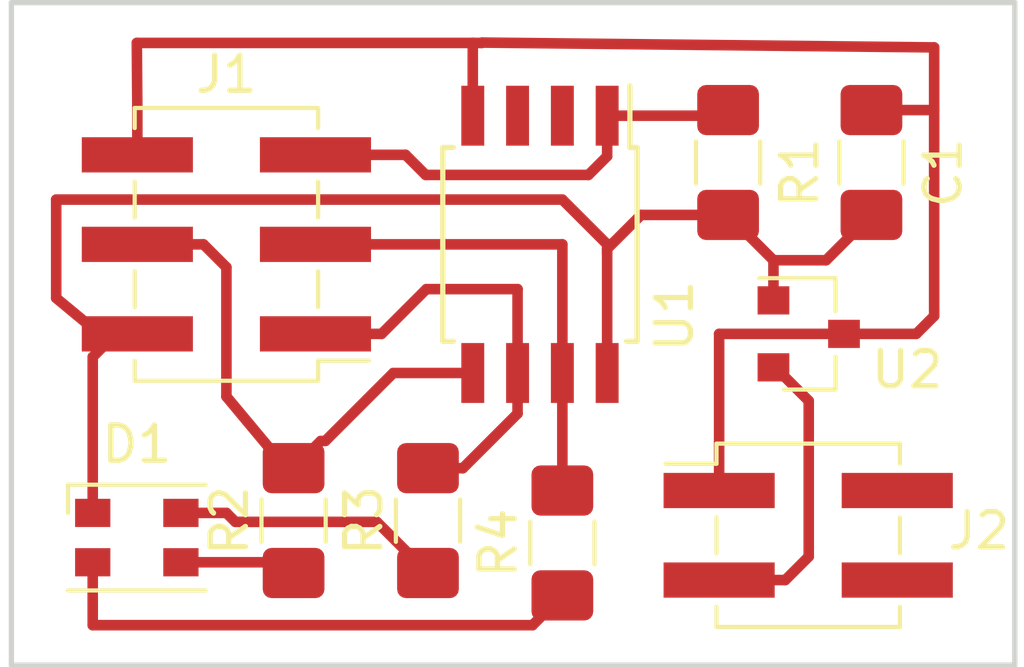
<source format=kicad_pcb>
(kicad_pcb (version 20171130) (host pcbnew 5.0.0-fee4fd1~66~ubuntu18.04.1)

  (general
    (thickness 1.6)
    (drawings 6)
    (tracks 72)
    (zones 0)
    (modules 10)
    (nets 11)
  )

  (page A4)
  (layers
    (0 F.Cu signal)
    (31 B.Cu signal)
    (32 B.Adhes user)
    (33 F.Adhes user)
    (34 B.Paste user)
    (35 F.Paste user)
    (36 B.SilkS user)
    (37 F.SilkS user hide)
    (38 B.Mask user)
    (39 F.Mask user)
    (40 Dwgs.User user)
    (41 Cmts.User user)
    (42 Eco1.User user)
    (43 Eco2.User user)
    (44 Edge.Cuts user)
    (45 Margin user)
    (46 B.CrtYd user)
    (47 F.CrtYd user)
    (48 B.Fab user)
    (49 F.Fab user)
  )

  (setup
    (last_trace_width 0.3)
    (trace_clearance 0.4)
    (zone_clearance 0.508)
    (zone_45_only no)
    (trace_min 0.2)
    (segment_width 0.2)
    (edge_width 0.15)
    (via_size 0.8)
    (via_drill 0.4)
    (via_min_size 0.4)
    (via_min_drill 0.3)
    (uvia_size 0.3)
    (uvia_drill 0.1)
    (uvias_allowed no)
    (uvia_min_size 0.2)
    (uvia_min_drill 0.1)
    (pcb_text_width 0.3)
    (pcb_text_size 1.5 1.5)
    (mod_edge_width 0.15)
    (mod_text_size 0.7 0.7)
    (mod_text_width 0.15)
    (pad_size 3.15 1)
    (pad_drill 0)
    (pad_to_mask_clearance 0.2)
    (aux_axis_origin 0 0)
    (visible_elements FFFFFF7F)
    (pcbplotparams
      (layerselection 0x010fc_ffffffff)
      (usegerberextensions false)
      (usegerberattributes false)
      (usegerberadvancedattributes false)
      (creategerberjobfile false)
      (excludeedgelayer true)
      (linewidth 0.100000)
      (plotframeref false)
      (viasonmask false)
      (mode 1)
      (useauxorigin false)
      (hpglpennumber 1)
      (hpglpenspeed 20)
      (hpglpendiameter 15.000000)
      (psnegative false)
      (psa4output false)
      (plotreference true)
      (plotvalue true)
      (plotinvisibletext false)
      (padsonsilk false)
      (subtractmaskfromsilk false)
      (outputformat 1)
      (mirror false)
      (drillshape 1)
      (scaleselection 1)
      (outputdirectory ""))
  )

  (net 0 "")
  (net 1 "Net-(C1-Pad1)")
  (net 2 "Net-(C1-Pad2)")
  (net 3 "Net-(D1-Pad4)")
  (net 4 "Net-(D1-Pad3)")
  (net 5 "Net-(D1-Pad2)")
  (net 6 "Net-(J1-Pad1)")
  (net 7 "Net-(J1-Pad3)")
  (net 8 "Net-(J1-Pad4)")
  (net 9 "Net-(J1-Pad5)")
  (net 10 "Net-(J2-Pad3)")

  (net_class Default "This is the default net class."
    (clearance 0.4)
    (trace_width 0.3)
    (via_dia 0.8)
    (via_drill 0.4)
    (uvia_dia 0.3)
    (uvia_drill 0.1)
    (add_net "Net-(C1-Pad1)")
    (add_net "Net-(C1-Pad2)")
    (add_net "Net-(D1-Pad2)")
    (add_net "Net-(D1-Pad3)")
    (add_net "Net-(D1-Pad4)")
    (add_net "Net-(J1-Pad1)")
    (add_net "Net-(J1-Pad3)")
    (add_net "Net-(J1-Pad4)")
    (add_net "Net-(J1-Pad5)")
    (add_net "Net-(J2-Pad3)")
  )

  (module Package_SO:SOIJ-8_5.3x5.3mm_P1.27mm (layer F.Cu) (tedit 5BB967D6) (tstamp 5BC4F66A)
    (at 124.46 72.39 270)
    (descr "8-Lead Plastic Small Outline (SM) - Medium, 5.28 mm Body [SOIC] (see Microchip Packaging Specification 00000049BS.pdf)")
    (tags "SOIC 1.27")
    (path /5BB902A4)
    (attr smd)
    (fp_text reference U1 (at 2.032 -3.81 270) (layer F.SilkS)
      (effects (font (size 1 1) (thickness 0.15)))
    )
    (fp_text value ATtiny45V-10SU (at 0 0) (layer F.Fab)
      (effects (font (size 1 1) (thickness 0.15)))
    )
    (fp_text user %R (at 1.524 -3.556 270) (layer F.Fab)
      (effects (font (size 1 1) (thickness 0.15)))
    )
    (fp_line (start -1.65 -2.65) (end 2.65 -2.65) (layer F.Fab) (width 0.15))
    (fp_line (start 2.65 -2.65) (end 2.65 2.65) (layer F.Fab) (width 0.15))
    (fp_line (start 2.65 2.65) (end -2.65 2.65) (layer F.Fab) (width 0.15))
    (fp_line (start -2.65 2.65) (end -2.65 -1.65) (layer F.Fab) (width 0.15))
    (fp_line (start -2.65 -1.65) (end -1.65 -2.65) (layer F.Fab) (width 0.15))
    (fp_line (start -4.75 -2.95) (end -4.75 2.95) (layer F.CrtYd) (width 0.05))
    (fp_line (start 4.75 -2.95) (end 4.75 2.95) (layer F.CrtYd) (width 0.05))
    (fp_line (start -4.75 -2.95) (end 4.75 -2.95) (layer F.CrtYd) (width 0.05))
    (fp_line (start -4.75 2.95) (end 4.75 2.95) (layer F.CrtYd) (width 0.05))
    (fp_line (start -2.75 -2.755) (end -2.75 -2.55) (layer F.SilkS) (width 0.15))
    (fp_line (start 2.75 -2.755) (end 2.75 -2.455) (layer F.SilkS) (width 0.15))
    (fp_line (start 2.75 2.755) (end 2.75 2.455) (layer F.SilkS) (width 0.15))
    (fp_line (start -2.75 2.755) (end -2.75 2.455) (layer F.SilkS) (width 0.15))
    (fp_line (start -2.75 -2.755) (end 2.75 -2.755) (layer F.SilkS) (width 0.15))
    (fp_line (start -2.75 2.755) (end 2.75 2.755) (layer F.SilkS) (width 0.15))
    (fp_line (start -2.75 -2.55) (end -4.5 -2.55) (layer F.SilkS) (width 0.15))
    (pad 1 smd rect (at -3.65 -1.905 270) (size 1.7 0.65) (layers F.Cu F.Paste F.Mask)
      (net 9 "Net-(J1-Pad5)"))
    (pad 2 smd rect (at -3.65 -0.635 270) (size 1.7 0.65) (layers F.Cu F.Paste F.Mask))
    (pad 3 smd rect (at -3.65 0.635 270) (size 1.7 0.65) (layers F.Cu F.Paste F.Mask))
    (pad 4 smd rect (at -3.65 1.905 270) (size 1.7 0.65) (layers F.Cu F.Paste F.Mask)
      (net 2 "Net-(C1-Pad2)"))
    (pad 5 smd rect (at 3.65 1.905 270) (size 1.7 0.65) (layers F.Cu F.Paste F.Mask)
      (net 8 "Net-(J1-Pad4)"))
    (pad 6 smd rect (at 3.65 0.635 270) (size 1.7 0.65) (layers F.Cu F.Paste F.Mask)
      (net 6 "Net-(J1-Pad1)"))
    (pad 7 smd rect (at 3.65 -0.635 270) (size 1.7 0.65) (layers F.Cu F.Paste F.Mask)
      (net 7 "Net-(J1-Pad3)"))
    (pad 8 smd rect (at 3.65 -1.905 270) (size 1.7 0.65) (layers F.Cu F.Paste F.Mask)
      (net 1 "Net-(C1-Pad1)"))
    (model ${KISYS3DMOD}/Package_SO.3dshapes/SOIJ-8_5.3x5.3mm_P1.27mm.wrl
      (at (xyz 0 0 0))
      (scale (xyz 1 1 1))
      (rotate (xyz 0 0 0))
    )
  )

  (module Capacitor_SMD:C_1206_3216Metric_Pad1.42x1.75mm_HandSolder (layer F.Cu) (tedit 5B301BBE) (tstamp 5BC4F6D6)
    (at 133.858 70.0675 90)
    (descr "Capacitor SMD 1206 (3216 Metric), square (rectangular) end terminal, IPC_7351 nominal with elongated pad for handsoldering. (Body size source: http://www.tortai-tech.com/upload/download/2011102023233369053.pdf), generated with kicad-footprint-generator")
    (tags "capacitor handsolder")
    (path /5BB9049C)
    (attr smd)
    (fp_text reference C1 (at -0.2905 2.032 90) (layer F.SilkS)
      (effects (font (size 1 1) (thickness 0.15)))
    )
    (fp_text value 1uF (at 1.4875 2.032 90) (layer F.Fab)
      (effects (font (size 1 1) (thickness 0.15)))
    )
    (fp_line (start -1.6 0.8) (end -1.6 -0.8) (layer F.Fab) (width 0.1))
    (fp_line (start -1.6 -0.8) (end 1.6 -0.8) (layer F.Fab) (width 0.1))
    (fp_line (start 1.6 -0.8) (end 1.6 0.8) (layer F.Fab) (width 0.1))
    (fp_line (start 1.6 0.8) (end -1.6 0.8) (layer F.Fab) (width 0.1))
    (fp_line (start -0.602064 -0.91) (end 0.602064 -0.91) (layer F.SilkS) (width 0.12))
    (fp_line (start -0.602064 0.91) (end 0.602064 0.91) (layer F.SilkS) (width 0.12))
    (fp_line (start -2.45 1.12) (end -2.45 -1.12) (layer F.CrtYd) (width 0.05))
    (fp_line (start -2.45 -1.12) (end 2.45 -1.12) (layer F.CrtYd) (width 0.05))
    (fp_line (start 2.45 -1.12) (end 2.45 1.12) (layer F.CrtYd) (width 0.05))
    (fp_line (start 2.45 1.12) (end -2.45 1.12) (layer F.CrtYd) (width 0.05))
    (fp_text user %R (at -1.6875 2.032 90) (layer F.Fab)
      (effects (font (size 0.8 0.8) (thickness 0.12)))
    )
    (pad 1 smd roundrect (at -1.4875 0 90) (size 1.425 1.75) (layers F.Cu F.Paste F.Mask) (roundrect_rratio 0.175439)
      (net 1 "Net-(C1-Pad1)"))
    (pad 2 smd roundrect (at 1.4875 0 90) (size 1.425 1.75) (layers F.Cu F.Paste F.Mask) (roundrect_rratio 0.175439)
      (net 2 "Net-(C1-Pad2)"))
    (model ${KISYS3DMOD}/Capacitor_SMD.3dshapes/C_1206_3216Metric.wrl
      (at (xyz 0 0 0))
      (scale (xyz 1 1 1))
      (rotate (xyz 0 0 0))
    )
  )

  (module Resistor_SMD:R_1206_3216Metric_Pad1.42x1.75mm_HandSolder (layer F.Cu) (tedit 5B301BBD) (tstamp 5BC5182C)
    (at 129.794 70.0675 90)
    (descr "Resistor SMD 1206 (3216 Metric), square (rectangular) end terminal, IPC_7351 nominal with elongated pad for handsoldering. (Body size source: http://www.tortai-tech.com/upload/download/2011102023233369053.pdf), generated with kicad-footprint-generator")
    (tags "resistor handsolder")
    (path /5BB903C2)
    (attr smd)
    (fp_text reference R1 (at -0.2905 2.032 90) (layer F.SilkS)
      (effects (font (size 1 1) (thickness 0.15)))
    )
    (fp_text value 10K (at 1.2335 1.82 90) (layer F.Fab)
      (effects (font (size 1 1) (thickness 0.15)))
    )
    (fp_line (start -1.6 0.8) (end -1.6 -0.8) (layer F.Fab) (width 0.1))
    (fp_line (start -1.6 -0.8) (end 1.6 -0.8) (layer F.Fab) (width 0.1))
    (fp_line (start 1.6 -0.8) (end 1.6 0.8) (layer F.Fab) (width 0.1))
    (fp_line (start 1.6 0.8) (end -1.6 0.8) (layer F.Fab) (width 0.1))
    (fp_line (start -0.602064 -0.91) (end 0.602064 -0.91) (layer F.SilkS) (width 0.12))
    (fp_line (start -0.602064 0.91) (end 0.602064 0.91) (layer F.SilkS) (width 0.12))
    (fp_line (start -2.45 1.12) (end -2.45 -1.12) (layer F.CrtYd) (width 0.05))
    (fp_line (start -2.45 -1.12) (end 2.45 -1.12) (layer F.CrtYd) (width 0.05))
    (fp_line (start 2.45 -1.12) (end 2.45 1.12) (layer F.CrtYd) (width 0.05))
    (fp_line (start 2.45 1.12) (end -2.45 1.12) (layer F.CrtYd) (width 0.05))
    (fp_text user %R (at -1.6875 1.778 90) (layer F.Fab)
      (effects (font (size 0.8 0.8) (thickness 0.12)))
    )
    (pad 1 smd roundrect (at -1.4875 0 90) (size 1.425 1.75) (layers F.Cu F.Paste F.Mask) (roundrect_rratio 0.175439)
      (net 1 "Net-(C1-Pad1)"))
    (pad 2 smd roundrect (at 1.4875 0 90) (size 1.425 1.75) (layers F.Cu F.Paste F.Mask) (roundrect_rratio 0.175439)
      (net 9 "Net-(J1-Pad5)"))
    (model ${KISYS3DMOD}/Resistor_SMD.3dshapes/R_1206_3216Metric.wrl
      (at (xyz 0 0 0))
      (scale (xyz 1 1 1))
      (rotate (xyz 0 0 0))
    )
  )

  (module Package_TO_SOT_SMD:SOT-23 (layer F.Cu) (tedit 5A02FF57) (tstamp 5BC5129F)
    (at 132.08 74.93)
    (descr "SOT-23, Standard")
    (tags SOT-23)
    (path /5BB924BC)
    (attr smd)
    (fp_text reference U2 (at 2.794 1.016) (layer F.SilkS)
      (effects (font (size 1 1) (thickness 0.15)))
    )
    (fp_text value LM3480-5.0 (at 0.635 2.54) (layer F.Fab)
      (effects (font (size 1 1) (thickness 0.15)))
    )
    (fp_text user %R (at 2.286 1.016 90) (layer F.Fab)
      (effects (font (size 0.5 0.5) (thickness 0.075)))
    )
    (fp_line (start -0.7 -0.95) (end -0.7 1.5) (layer F.Fab) (width 0.1))
    (fp_line (start -0.15 -1.52) (end 0.7 -1.52) (layer F.Fab) (width 0.1))
    (fp_line (start -0.7 -0.95) (end -0.15 -1.52) (layer F.Fab) (width 0.1))
    (fp_line (start 0.7 -1.52) (end 0.7 1.52) (layer F.Fab) (width 0.1))
    (fp_line (start -0.7 1.52) (end 0.7 1.52) (layer F.Fab) (width 0.1))
    (fp_line (start 0.76 1.58) (end 0.76 0.65) (layer F.SilkS) (width 0.12))
    (fp_line (start 0.76 -1.58) (end 0.76 -0.65) (layer F.SilkS) (width 0.12))
    (fp_line (start -1.7 -1.75) (end 1.7 -1.75) (layer F.CrtYd) (width 0.05))
    (fp_line (start 1.7 -1.75) (end 1.7 1.75) (layer F.CrtYd) (width 0.05))
    (fp_line (start 1.7 1.75) (end -1.7 1.75) (layer F.CrtYd) (width 0.05))
    (fp_line (start -1.7 1.75) (end -1.7 -1.75) (layer F.CrtYd) (width 0.05))
    (fp_line (start 0.76 -1.58) (end -1.4 -1.58) (layer F.SilkS) (width 0.12))
    (fp_line (start 0.76 1.58) (end -0.7 1.58) (layer F.SilkS) (width 0.12))
    (pad 1 smd rect (at -1 -0.95) (size 0.9 0.8) (layers F.Cu F.Paste F.Mask)
      (net 1 "Net-(C1-Pad1)"))
    (pad 2 smd rect (at -1 0.95) (size 0.9 0.8) (layers F.Cu F.Paste F.Mask)
      (net 10 "Net-(J2-Pad3)"))
    (pad 3 smd rect (at 1 0) (size 0.9 0.8) (layers F.Cu F.Paste F.Mask)
      (net 2 "Net-(C1-Pad2)"))
    (model ${KISYS3DMOD}/Package_TO_SOT_SMD.3dshapes/SOT-23.wrl
      (at (xyz 0 0 0))
      (scale (xyz 1 1 1))
      (rotate (xyz 0 0 0))
    )
  )

  (module LED_SMD:LED_Cree-PLCC4_3.2x2.8mm_CCW (layer F.Cu) (tedit 59D415EA) (tstamp 5BC515AA)
    (at 113.03 80.71)
    (descr "3.2mm x 2.8mm PLCC4 LED, http://www.cree.com/led-components/media/documents/CLV1AFKB(874).pdf")
    (tags "LED Cree PLCC-4")
    (path /5BB92867)
    (attr smd)
    (fp_text reference D1 (at 0 -2.65) (layer F.SilkS)
      (effects (font (size 1 1) (thickness 0.15)))
    )
    (fp_text value CLV1L-FKB (at 0.508 -2.986) (layer F.Fab)
      (effects (font (size 1 1) (thickness 0.15)))
    )
    (fp_circle (center 0 0) (end 1.12 0) (layer F.Fab) (width 0.1))
    (fp_line (start -2.2 -1.75) (end -2.2 1.75) (layer F.CrtYd) (width 0.05))
    (fp_line (start -2.2 1.75) (end 2.2 1.75) (layer F.CrtYd) (width 0.05))
    (fp_line (start 2.2 1.75) (end 2.2 -1.75) (layer F.CrtYd) (width 0.05))
    (fp_line (start 2.2 -1.75) (end -2.2 -1.75) (layer F.CrtYd) (width 0.05))
    (fp_line (start -0.6 -1.4) (end -1.6 -0.4) (layer F.Fab) (width 0.1))
    (fp_line (start -1.6 -1.4) (end -1.6 1.4) (layer F.Fab) (width 0.1))
    (fp_line (start -1.6 1.4) (end 1.6 1.4) (layer F.Fab) (width 0.1))
    (fp_line (start 1.6 1.4) (end 1.6 -1.4) (layer F.Fab) (width 0.1))
    (fp_line (start 1.6 -1.4) (end -1.6 -1.4) (layer F.Fab) (width 0.1))
    (fp_line (start -1.95 -0.7) (end -1.95 -1.5) (layer F.SilkS) (width 0.12))
    (fp_line (start -1.95 -1.5) (end 1.95 -1.5) (layer F.SilkS) (width 0.12))
    (fp_line (start -1.95 1.5) (end 1.95 1.5) (layer F.SilkS) (width 0.12))
    (fp_text user %R (at 0 0) (layer F.Fab)
      (effects (font (size 0.5 0.5) (thickness 0.075)))
    )
    (pad 1 smd rect (at -1.25 -0.7) (size 1 0.8) (layers F.Cu F.Paste F.Mask)
      (net 1 "Net-(C1-Pad1)"))
    (pad 4 smd rect (at 1.25 -0.7) (size 1 0.8) (layers F.Cu F.Paste F.Mask)
      (net 3 "Net-(D1-Pad4)"))
    (pad 3 smd rect (at 1.25 0.7) (size 1 0.8) (layers F.Cu F.Paste F.Mask)
      (net 4 "Net-(D1-Pad3)"))
    (pad 2 smd rect (at -1.25 0.7) (size 1 0.8) (layers F.Cu F.Paste F.Mask)
      (net 5 "Net-(D1-Pad2)"))
    (model ${KISYS3DMOD}/LED_SMD.3dshapes/LED_Cree-PLCC4_3.2x2.8mm_CCW.wrl
      (at (xyz 0 0 0))
      (scale (xyz 1 1 1))
      (rotate (xyz 0 0 0))
    )
  )

  (module Resistor_SMD:R_1206_3216Metric_Pad1.42x1.75mm_HandSolder (layer F.Cu) (tedit 5B301BBD) (tstamp 5BD1D6B9)
    (at 117.475 80.2275 90)
    (descr "Resistor SMD 1206 (3216 Metric), square (rectangular) end terminal, IPC_7351 nominal with elongated pad for handsoldering. (Body size source: http://www.tortai-tech.com/upload/download/2011102023233369053.pdf), generated with kicad-footprint-generator")
    (tags "resistor handsolder")
    (path /5BB93221)
    (attr smd)
    (fp_text reference R2 (at 0 -1.82 90) (layer F.SilkS)
      (effects (font (size 1 1) (thickness 0.15)))
    )
    (fp_text value 1k (at 1.4875 1.82 90) (layer F.Fab)
      (effects (font (size 1 1) (thickness 0.15)))
    )
    (fp_line (start -1.6 0.8) (end -1.6 -0.8) (layer F.Fab) (width 0.1))
    (fp_line (start -1.6 -0.8) (end 1.6 -0.8) (layer F.Fab) (width 0.1))
    (fp_line (start 1.6 -0.8) (end 1.6 0.8) (layer F.Fab) (width 0.1))
    (fp_line (start 1.6 0.8) (end -1.6 0.8) (layer F.Fab) (width 0.1))
    (fp_line (start -0.602064 -0.91) (end 0.602064 -0.91) (layer F.SilkS) (width 0.12))
    (fp_line (start -0.602064 0.91) (end 0.602064 0.91) (layer F.SilkS) (width 0.12))
    (fp_line (start -2.45 1.12) (end -2.45 -1.12) (layer F.CrtYd) (width 0.05))
    (fp_line (start -2.45 -1.12) (end 2.45 -1.12) (layer F.CrtYd) (width 0.05))
    (fp_line (start 2.45 -1.12) (end 2.45 1.12) (layer F.CrtYd) (width 0.05))
    (fp_line (start 2.45 1.12) (end -2.45 1.12) (layer F.CrtYd) (width 0.05))
    (fp_text user %R (at -1.6875 1.905 90) (layer F.Fab)
      (effects (font (size 0.8 0.8) (thickness 0.12)))
    )
    (pad 1 smd roundrect (at -1.4875 0 90) (size 1.425 1.75) (layers F.Cu F.Paste F.Mask) (roundrect_rratio 0.175439)
      (net 4 "Net-(D1-Pad3)"))
    (pad 2 smd roundrect (at 1.4875 0 90) (size 1.425 1.75) (layers F.Cu F.Paste F.Mask) (roundrect_rratio 0.175439)
      (net 8 "Net-(J1-Pad4)"))
    (model ${KISYS3DMOD}/Resistor_SMD.3dshapes/R_1206_3216Metric.wrl
      (at (xyz 0 0 0))
      (scale (xyz 1 1 1))
      (rotate (xyz 0 0 0))
    )
  )

  (module Resistor_SMD:R_1206_3216Metric_Pad1.42x1.75mm_HandSolder (layer F.Cu) (tedit 5B301BBD) (tstamp 5BC513E3)
    (at 121.285 80.2275 90)
    (descr "Resistor SMD 1206 (3216 Metric), square (rectangular) end terminal, IPC_7351 nominal with elongated pad for handsoldering. (Body size source: http://www.tortai-tech.com/upload/download/2011102023233369053.pdf), generated with kicad-footprint-generator")
    (tags "resistor handsolder")
    (path /5BB9329B)
    (attr smd)
    (fp_text reference R3 (at 0 -1.82 90) (layer F.SilkS)
      (effects (font (size 1 1) (thickness 0.15)))
    )
    (fp_text value 499 (at 0.9795 1.82 90) (layer F.Fab)
      (effects (font (size 1 1) (thickness 0.15)))
    )
    (fp_text user %R (at -1.6875 1.905 90) (layer F.Fab)
      (effects (font (size 0.8 0.8) (thickness 0.12)))
    )
    (fp_line (start 2.45 1.12) (end -2.45 1.12) (layer F.CrtYd) (width 0.05))
    (fp_line (start 2.45 -1.12) (end 2.45 1.12) (layer F.CrtYd) (width 0.05))
    (fp_line (start -2.45 -1.12) (end 2.45 -1.12) (layer F.CrtYd) (width 0.05))
    (fp_line (start -2.45 1.12) (end -2.45 -1.12) (layer F.CrtYd) (width 0.05))
    (fp_line (start -0.602064 0.91) (end 0.602064 0.91) (layer F.SilkS) (width 0.12))
    (fp_line (start -0.602064 -0.91) (end 0.602064 -0.91) (layer F.SilkS) (width 0.12))
    (fp_line (start 1.6 0.8) (end -1.6 0.8) (layer F.Fab) (width 0.1))
    (fp_line (start 1.6 -0.8) (end 1.6 0.8) (layer F.Fab) (width 0.1))
    (fp_line (start -1.6 -0.8) (end 1.6 -0.8) (layer F.Fab) (width 0.1))
    (fp_line (start -1.6 0.8) (end -1.6 -0.8) (layer F.Fab) (width 0.1))
    (pad 2 smd roundrect (at 1.4875 0 90) (size 1.425 1.75) (layers F.Cu F.Paste F.Mask) (roundrect_rratio 0.175439)
      (net 6 "Net-(J1-Pad1)"))
    (pad 1 smd roundrect (at -1.4875 0 90) (size 1.425 1.75) (layers F.Cu F.Paste F.Mask) (roundrect_rratio 0.175439)
      (net 3 "Net-(D1-Pad4)"))
    (model ${KISYS3DMOD}/Resistor_SMD.3dshapes/R_1206_3216Metric.wrl
      (at (xyz 0 0 0))
      (scale (xyz 1 1 1))
      (rotate (xyz 0 0 0))
    )
  )

  (module Resistor_SMD:R_1206_3216Metric_Pad1.42x1.75mm_HandSolder (layer F.Cu) (tedit 5B301BBD) (tstamp 5BC517EB)
    (at 125.095 80.8625 90)
    (descr "Resistor SMD 1206 (3216 Metric), square (rectangular) end terminal, IPC_7351 nominal with elongated pad for handsoldering. (Body size source: http://www.tortai-tech.com/upload/download/2011102023233369053.pdf), generated with kicad-footprint-generator")
    (tags "resistor handsolder")
    (path /5BB932E6)
    (attr smd)
    (fp_text reference R4 (at 0 -1.82 90) (layer F.SilkS)
      (effects (font (size 1 1) (thickness 0.15)))
    )
    (fp_text value 1k (at 1.4875 1.82 90) (layer F.Fab)
      (effects (font (size 1 1) (thickness 0.15)))
    )
    (fp_line (start -1.6 0.8) (end -1.6 -0.8) (layer F.Fab) (width 0.1))
    (fp_line (start -1.6 -0.8) (end 1.6 -0.8) (layer F.Fab) (width 0.1))
    (fp_line (start 1.6 -0.8) (end 1.6 0.8) (layer F.Fab) (width 0.1))
    (fp_line (start 1.6 0.8) (end -1.6 0.8) (layer F.Fab) (width 0.1))
    (fp_line (start -0.602064 -0.91) (end 0.602064 -0.91) (layer F.SilkS) (width 0.12))
    (fp_line (start -0.602064 0.91) (end 0.602064 0.91) (layer F.SilkS) (width 0.12))
    (fp_line (start -2.45 1.12) (end -2.45 -1.12) (layer F.CrtYd) (width 0.05))
    (fp_line (start -2.45 -1.12) (end 2.45 -1.12) (layer F.CrtYd) (width 0.05))
    (fp_line (start 2.45 -1.12) (end 2.45 1.12) (layer F.CrtYd) (width 0.05))
    (fp_line (start 2.45 1.12) (end -2.45 1.12) (layer F.CrtYd) (width 0.05))
    (fp_text user %R (at -1.6875 1.905 90) (layer F.Fab)
      (effects (font (size 0.8 0.8) (thickness 0.12)))
    )
    (pad 1 smd roundrect (at -1.4875 0 90) (size 1.425 1.75) (layers F.Cu F.Paste F.Mask) (roundrect_rratio 0.175439)
      (net 5 "Net-(D1-Pad2)"))
    (pad 2 smd roundrect (at 1.4875 0 90) (size 1.425 1.75) (layers F.Cu F.Paste F.Mask) (roundrect_rratio 0.175439)
      (net 7 "Net-(J1-Pad3)"))
    (model ${KISYS3DMOD}/Resistor_SMD.3dshapes/R_1206_3216Metric.wrl
      (at (xyz 0 0 0))
      (scale (xyz 1 1 1))
      (rotate (xyz 0 0 0))
    )
  )

  (module Connector_PinHeader_2.54mm:PinHeader_2x03_P2.54mm_Vertical_SMD (layer F.Cu) (tedit 59FED5CC) (tstamp 5BB96967)
    (at 115.57 72.39 180)
    (descr "surface-mounted straight pin header, 2x03, 2.54mm pitch, double rows")
    (tags "Surface mounted pin header SMD 2x03 2.54mm double row")
    (path /5BB954F1)
    (attr smd)
    (fp_text reference J1 (at 0 4.826 180) (layer F.SilkS)
      (effects (font (size 1 1) (thickness 0.15)))
    )
    (fp_text value AVR-ISP-6 (at 0 0.762 270) (layer F.Fab)
      (effects (font (size 1 1) (thickness 0.15)))
    )
    (fp_line (start 2.54 3.81) (end -2.54 3.81) (layer F.Fab) (width 0.1))
    (fp_line (start -1.59 -3.81) (end 2.54 -3.81) (layer F.Fab) (width 0.1))
    (fp_line (start -2.54 3.81) (end -2.54 -2.86) (layer F.Fab) (width 0.1))
    (fp_line (start -2.54 -2.86) (end -1.59 -3.81) (layer F.Fab) (width 0.1))
    (fp_line (start 2.54 -3.81) (end 2.54 3.81) (layer F.Fab) (width 0.1))
    (fp_line (start -2.54 -2.86) (end -3.6 -2.86) (layer F.Fab) (width 0.1))
    (fp_line (start -3.6 -2.86) (end -3.6 -2.22) (layer F.Fab) (width 0.1))
    (fp_line (start -3.6 -2.22) (end -2.54 -2.22) (layer F.Fab) (width 0.1))
    (fp_line (start 2.54 -2.86) (end 3.6 -2.86) (layer F.Fab) (width 0.1))
    (fp_line (start 3.6 -2.86) (end 3.6 -2.22) (layer F.Fab) (width 0.1))
    (fp_line (start 3.6 -2.22) (end 2.54 -2.22) (layer F.Fab) (width 0.1))
    (fp_line (start -2.54 -0.32) (end -3.6 -0.32) (layer F.Fab) (width 0.1))
    (fp_line (start -3.6 -0.32) (end -3.6 0.32) (layer F.Fab) (width 0.1))
    (fp_line (start -3.6 0.32) (end -2.54 0.32) (layer F.Fab) (width 0.1))
    (fp_line (start 2.54 -0.32) (end 3.6 -0.32) (layer F.Fab) (width 0.1))
    (fp_line (start 3.6 -0.32) (end 3.6 0.32) (layer F.Fab) (width 0.1))
    (fp_line (start 3.6 0.32) (end 2.54 0.32) (layer F.Fab) (width 0.1))
    (fp_line (start -2.54 2.22) (end -3.6 2.22) (layer F.Fab) (width 0.1))
    (fp_line (start -3.6 2.22) (end -3.6 2.86) (layer F.Fab) (width 0.1))
    (fp_line (start -3.6 2.86) (end -2.54 2.86) (layer F.Fab) (width 0.1))
    (fp_line (start 2.54 2.22) (end 3.6 2.22) (layer F.Fab) (width 0.1))
    (fp_line (start 3.6 2.22) (end 3.6 2.86) (layer F.Fab) (width 0.1))
    (fp_line (start 3.6 2.86) (end 2.54 2.86) (layer F.Fab) (width 0.1))
    (fp_line (start -2.6 -3.87) (end 2.6 -3.87) (layer F.SilkS) (width 0.12))
    (fp_line (start -2.6 3.87) (end 2.6 3.87) (layer F.SilkS) (width 0.12))
    (fp_line (start -4.04 -3.3) (end -2.6 -3.3) (layer F.SilkS) (width 0.12))
    (fp_line (start -2.6 -3.87) (end -2.6 -3.3) (layer F.SilkS) (width 0.12))
    (fp_line (start 2.6 -3.87) (end 2.6 -3.3) (layer F.SilkS) (width 0.12))
    (fp_line (start -2.6 3.3) (end -2.6 3.87) (layer F.SilkS) (width 0.12))
    (fp_line (start 2.6 3.3) (end 2.6 3.87) (layer F.SilkS) (width 0.12))
    (fp_line (start -2.6 -1.78) (end -2.6 -0.76) (layer F.SilkS) (width 0.12))
    (fp_line (start 2.6 -1.78) (end 2.6 -0.76) (layer F.SilkS) (width 0.12))
    (fp_line (start -2.6 0.76) (end -2.6 1.78) (layer F.SilkS) (width 0.12))
    (fp_line (start 2.6 0.76) (end 2.6 1.78) (layer F.SilkS) (width 0.12))
    (fp_line (start -5.9 -4.35) (end -5.9 4.35) (layer F.CrtYd) (width 0.05))
    (fp_line (start -5.9 4.35) (end 5.9 4.35) (layer F.CrtYd) (width 0.05))
    (fp_line (start 5.9 4.35) (end 5.9 -4.35) (layer F.CrtYd) (width 0.05))
    (fp_line (start 5.9 -4.35) (end -5.9 -4.35) (layer F.CrtYd) (width 0.05))
    (fp_text user %R (at -4.826 3.556 90) (layer F.Fab)
      (effects (font (size 1 1) (thickness 0.15)))
    )
    (pad 1 smd rect (at -2.525 -2.54 180) (size 3.15 1) (layers F.Cu F.Paste F.Mask)
      (net 6 "Net-(J1-Pad1)"))
    (pad 2 smd rect (at 2.525 -2.54 180) (size 3.15 1) (layers F.Cu F.Paste F.Mask)
      (net 1 "Net-(C1-Pad1)"))
    (pad 3 smd rect (at -2.525 0 180) (size 3.15 1) (layers F.Cu F.Paste F.Mask)
      (net 7 "Net-(J1-Pad3)"))
    (pad 4 smd rect (at 2.525 0 180) (size 3.15 1) (layers F.Cu F.Paste F.Mask)
      (net 8 "Net-(J1-Pad4)"))
    (pad 5 smd rect (at -2.525 2.54 180) (size 3.15 1) (layers F.Cu F.Paste F.Mask)
      (net 9 "Net-(J1-Pad5)"))
    (pad 6 smd rect (at 2.525 2.54 180) (size 3.15 1) (layers F.Cu F.Paste F.Mask)
      (net 2 "Net-(C1-Pad2)"))
    (model ${KISYS3DMOD}/Connector_PinHeader_2.54mm.3dshapes/PinHeader_2x03_P2.54mm_Vertical_SMD.wrl
      (at (xyz 0 0 0))
      (scale (xyz 1 1 1))
      (rotate (xyz 0 0 0))
    )
  )

  (module Connector_PinHeader_2.54mm:PinHeader_2x02_P2.54mm_Vertical_SMD (layer F.Cu) (tedit 5BB9365E) (tstamp 5BC55975)
    (at 132.065 80.645)
    (descr "surface-mounted straight pin header, 2x02, 2.54mm pitch, double rows")
    (tags "Surface mounted pin header SMD 2x02 2.54mm double row")
    (path /5BBAE7A8)
    (attr smd)
    (fp_text reference J2 (at 4.841 -0.127) (layer F.SilkS)
      (effects (font (size 1 1) (thickness 0.15)))
    )
    (fp_text value Power (at 0.523 -0.127) (layer F.Fab)
      (effects (font (size 1 1) (thickness 0.15)))
    )
    (fp_line (start 2.54 2.54) (end -2.54 2.54) (layer F.Fab) (width 0.1))
    (fp_line (start -1.59 -2.54) (end 2.54 -2.54) (layer F.Fab) (width 0.1))
    (fp_line (start -2.54 2.54) (end -2.54 -1.59) (layer F.Fab) (width 0.1))
    (fp_line (start -2.54 -1.59) (end -1.59 -2.54) (layer F.Fab) (width 0.1))
    (fp_line (start 2.54 -2.54) (end 2.54 2.54) (layer F.Fab) (width 0.1))
    (fp_line (start -2.54 -1.59) (end -3.6 -1.59) (layer F.Fab) (width 0.1))
    (fp_line (start -3.6 -1.59) (end -3.6 -0.95) (layer F.Fab) (width 0.1))
    (fp_line (start -3.6 -0.95) (end -2.54 -0.95) (layer F.Fab) (width 0.1))
    (fp_line (start 2.54 -1.59) (end 3.6 -1.59) (layer F.Fab) (width 0.1))
    (fp_line (start 3.6 -1.59) (end 3.6 -0.95) (layer F.Fab) (width 0.1))
    (fp_line (start 3.6 -0.95) (end 2.54 -0.95) (layer F.Fab) (width 0.1))
    (fp_line (start -2.54 0.95) (end -3.6 0.95) (layer F.Fab) (width 0.1))
    (fp_line (start -3.6 0.95) (end -3.6 1.59) (layer F.Fab) (width 0.1))
    (fp_line (start -3.6 1.59) (end -2.54 1.59) (layer F.Fab) (width 0.1))
    (fp_line (start 2.54 0.95) (end 3.6 0.95) (layer F.Fab) (width 0.1))
    (fp_line (start 3.6 0.95) (end 3.6 1.59) (layer F.Fab) (width 0.1))
    (fp_line (start 3.6 1.59) (end 2.54 1.59) (layer F.Fab) (width 0.1))
    (fp_line (start -2.6 -2.6) (end 2.6 -2.6) (layer F.SilkS) (width 0.12))
    (fp_line (start -2.6 2.6) (end 2.6 2.6) (layer F.SilkS) (width 0.12))
    (fp_line (start -4.04 -2.03) (end -2.6 -2.03) (layer F.SilkS) (width 0.12))
    (fp_line (start -2.6 -2.6) (end -2.6 -2.03) (layer F.SilkS) (width 0.12))
    (fp_line (start 2.6 -2.6) (end 2.6 -2.03) (layer F.SilkS) (width 0.12))
    (fp_line (start -2.6 2.03) (end -2.6 2.6) (layer F.SilkS) (width 0.12))
    (fp_line (start 2.6 2.03) (end 2.6 2.6) (layer F.SilkS) (width 0.12))
    (fp_line (start -2.6 -0.51) (end -2.6 0.51) (layer F.SilkS) (width 0.12))
    (fp_line (start 2.6 -0.51) (end 2.6 0.51) (layer F.SilkS) (width 0.12))
    (fp_line (start -5.9 -3.05) (end -5.9 3.05) (layer F.CrtYd) (width 0.05))
    (fp_line (start -5.9 3.05) (end 5.9 3.05) (layer F.CrtYd) (width 0.05))
    (fp_line (start 5.9 3.05) (end 5.9 -3.05) (layer F.CrtYd) (width 0.05))
    (fp_line (start 5.9 -3.05) (end -5.9 -3.05) (layer F.CrtYd) (width 0.05))
    (fp_text user %R (at 0.015 2.159 180) (layer F.Fab)
      (effects (font (size 1 1) (thickness 0.15)))
    )
    (pad 1 smd rect (at -2.525 -1.27) (size 3.15 1) (layers F.Cu F.Paste F.Mask)
      (net 2 "Net-(C1-Pad2)"))
    (pad 2 smd rect (at 2.525 -1.27) (size 3.15 1) (layers F.Cu F.Paste F.Mask))
    (pad 3 smd rect (at -2.525 1.27) (size 3.15 1) (layers F.Cu F.Paste F.Mask)
      (net 10 "Net-(J2-Pad3)"))
    (pad 4 smd rect (at 2.525 1.27) (size 3.15 1) (layers F.Cu F.Paste F.Mask))
    (model ${KISYS3DMOD}/Connector_PinHeader_2.54mm.3dshapes/PinHeader_2x02_P2.54mm_Vertical_SMD.wrl
      (at (xyz 0 0 0))
      (scale (xyz 1 1 1))
      (rotate (xyz 0 0 0))
    )
  )

  (gr_line (start 109.474 84.328) (end 109.474 65.532) (layer Edge.Cuts) (width 0.15))
  (gr_line (start 137.922 84.328) (end 109.474 84.328) (layer Edge.Cuts) (width 0.15) (tstamp 5BC559C4))
  (gr_line (start 137.922 65.532) (end 137.922 84.328) (layer Edge.Cuts) (width 0.15))
  (gr_line (start 109.474 65.532) (end 137.922 65.532) (layer Edge.Cuts) (width 0.15))
  (gr_text V (at 137.16 82.296 90) (layer F.Fab)
    (effects (font (size 1 1) (thickness 0.25)))
  )
  (gr_text GND (at 137.16 79.756 90) (layer F.Fab)
    (effects (font (size 1 1) (thickness 0.25)))
  )

  (segment (start 111.78 80.01) (end 111.78 75.585) (width 0.3) (layer F.Cu) (net 1) (status 10))
  (segment (start 112.435 74.93) (end 113.045 74.93) (width 0.3) (layer F.Cu) (net 1) (status 30))
  (segment (start 111.78 75.585) (end 112.435 74.93) (width 0.3) (layer F.Cu) (net 1) (status 20))
  (segment (start 131.08 72.841) (end 129.794 71.555) (width 0.3) (layer F.Cu) (net 1) (status 20))
  (segment (start 131.08 73.98) (end 131.08 72.841) (width 0.3) (layer F.Cu) (net 1) (status 10))
  (segment (start 126.365 72.644) (end 126.365 72.517) (width 0.3) (layer F.Cu) (net 1))
  (segment (start 126.365 76.04) (end 126.365 72.644) (width 0.3) (layer F.Cu) (net 1) (status 10))
  (segment (start 127.327 71.555) (end 129.794 71.555) (width 0.3) (layer F.Cu) (net 1) (status 20))
  (segment (start 126.365 72.517) (end 127.327 71.555) (width 0.3) (layer F.Cu) (net 1))
  (segment (start 132.572 72.841) (end 133.858 71.555) (width 0.3) (layer F.Cu) (net 1) (status 20))
  (segment (start 131.08 72.841) (end 132.572 72.841) (width 0.3) (layer F.Cu) (net 1))
  (segment (start 110.744 73.914) (end 111.97 74.93) (width 0.3) (layer F.Cu) (net 1) (status 20))
  (segment (start 111.97 74.93) (end 113.045 74.93) (width 0.3) (layer F.Cu) (net 1) (status 30))
  (segment (start 125.095 71.12) (end 110.744 71.12) (width 0.3) (layer F.Cu) (net 1))
  (segment (start 110.744 71.12) (end 110.744 73.914) (width 0.3) (layer F.Cu) (net 1))
  (segment (start 126.365 72.644) (end 126.365 72.39) (width 0.3) (layer F.Cu) (net 1))
  (segment (start 126.365 72.39) (end 125.095 71.12) (width 0.3) (layer F.Cu) (net 1))
  (segment (start 113.045 68.565) (end 113.045 69.85) (width 0.3) (layer F.Cu) (net 2) (status 20))
  (segment (start 113.03 66.675) (end 113.045 68.565) (width 0.3) (layer F.Cu) (net 2))
  (segment (start 113.03 66.675) (end 122.555 66.675) (width 0.3) (layer F.Cu) (net 2))
  (segment (start 129.54 79.375) (end 129.54 74.93) (width 0.3) (layer F.Cu) (net 2) (status 10))
  (segment (start 129.54 74.93) (end 133.08 74.93) (width 0.3) (layer F.Cu) (net 2) (status 20))
  (segment (start 122.555 68.74) (end 122.555 66.675) (width 0.3) (layer F.Cu) (net 2) (status 10))
  (segment (start 135.636 68.58) (end 133.858 68.58) (width 0.3) (layer F.Cu) (net 2) (status 20))
  (segment (start 122.81899 66.66501) (end 122.809 66.675) (width 0.3) (layer F.Cu) (net 2))
  (segment (start 122.809 66.675) (end 122.555 66.675) (width 0.3) (layer F.Cu) (net 2))
  (segment (start 135.636 68.58) (end 135.636 66.802) (width 0.3) (layer F.Cu) (net 2))
  (segment (start 135.636 66.802) (end 122.81899 66.66501) (width 0.3) (layer F.Cu) (net 2))
  (segment (start 135.636 74.422) (end 135.636 68.58) (width 0.3) (layer F.Cu) (net 2))
  (segment (start 133.08 74.93) (end 135.128 74.93) (width 0.3) (layer F.Cu) (net 2) (status 10))
  (segment (start 135.128 74.93) (end 135.636 74.422) (width 0.3) (layer F.Cu) (net 2))
  (segment (start 115.824 80.264) (end 119.834 80.264) (width 0.3) (layer F.Cu) (net 3))
  (segment (start 119.834 80.264) (end 121.285 81.715) (width 0.3) (layer F.Cu) (net 3) (status 20))
  (segment (start 114.28 80.01) (end 115.57 80.01) (width 0.3) (layer F.Cu) (net 3) (status 10))
  (segment (start 115.57 80.01) (end 115.824 80.264) (width 0.3) (layer F.Cu) (net 3))
  (segment (start 117.17 81.41) (end 117.475 81.715) (width 0.3) (layer F.Cu) (net 4) (status 30))
  (segment (start 114.28 81.41) (end 117.17 81.41) (width 0.3) (layer F.Cu) (net 4) (status 30))
  (segment (start 111.78 81.41) (end 111.78 83.19499) (width 0.3) (layer F.Cu) (net 5) (status 10))
  (segment (start 124.25001 83.19499) (end 125.095 82.35) (width 0.3) (layer F.Cu) (net 5) (status 20))
  (segment (start 111.78 83.19499) (end 124.25001 83.19499) (width 0.3) (layer F.Cu) (net 5))
  (segment (start 119.97 74.93) (end 121.24 73.66) (width 0.3) (layer F.Cu) (net 6))
  (segment (start 118.095 74.93) (end 119.97 74.93) (width 0.3) (layer F.Cu) (net 6) (status 10))
  (segment (start 121.24 73.66) (end 123.825 73.66) (width 0.3) (layer F.Cu) (net 6))
  (segment (start 123.825 73.66) (end 123.825 76.04) (width 0.3) (layer F.Cu) (net 6) (status 20))
  (segment (start 122.26 78.74) (end 121.285 78.74) (width 0.3) (layer F.Cu) (net 6) (status 20))
  (segment (start 122.275 78.74) (end 122.26 78.74) (width 0.3) (layer F.Cu) (net 6))
  (segment (start 123.825 77.19) (end 122.275 78.74) (width 0.3) (layer F.Cu) (net 6))
  (segment (start 123.825 76.04) (end 123.825 77.19) (width 0.3) (layer F.Cu) (net 6) (status 10))
  (segment (start 125.095 79.375) (end 125.095 76.04) (width 0.3) (layer F.Cu) (net 7) (status 30))
  (segment (start 125.095 72.39) (end 125.095 76.04) (width 0.3) (layer F.Cu) (net 7) (status 20))
  (segment (start 118.095 72.39) (end 125.095 72.39) (width 0.3) (layer F.Cu) (net 7) (status 10))
  (segment (start 120.302 76.04) (end 122.555 76.04) (width 0.3) (layer F.Cu) (net 8) (status 20))
  (segment (start 118.373347 77.968653) (end 120.302 76.04) (width 0.3) (layer F.Cu) (net 8))
  (segment (start 118.246347 77.968653) (end 118.373347 77.968653) (width 0.3) (layer F.Cu) (net 8))
  (segment (start 117.475 78.74) (end 118.246347 77.968653) (width 0.3) (layer F.Cu) (net 8) (status 10))
  (segment (start 116.84 78.232) (end 117.475 78.74) (width 0.3) (layer F.Cu) (net 8) (status 30))
  (segment (start 115.57 76.708) (end 116.84 78.232) (width 0.3) (layer F.Cu) (net 8) (status 20))
  (segment (start 115.57 73.04) (end 115.57 76.708) (width 0.3) (layer F.Cu) (net 8))
  (segment (start 113.045 72.39) (end 114.92 72.39) (width 0.3) (layer F.Cu) (net 8) (status 10))
  (segment (start 114.92 72.39) (end 115.57 73.04) (width 0.3) (layer F.Cu) (net 8))
  (segment (start 120.65 69.85) (end 121.21999 70.41999) (width 0.3) (layer F.Cu) (net 9))
  (segment (start 126.365 69.89) (end 126.365 68.74) (width 0.3) (layer F.Cu) (net 9) (status 20))
  (segment (start 125.83501 70.41999) (end 126.365 69.89) (width 0.3) (layer F.Cu) (net 9))
  (segment (start 121.21999 70.41999) (end 125.83501 70.41999) (width 0.3) (layer F.Cu) (net 9))
  (segment (start 118.095 69.85) (end 120.65 69.85) (width 0.3) (layer F.Cu) (net 9) (status 10))
  (segment (start 129.634 68.74) (end 129.794 68.58) (width 0.3) (layer F.Cu) (net 9) (status 30))
  (segment (start 126.365 68.74) (end 129.634 68.74) (width 0.3) (layer F.Cu) (net 9) (status 30))
  (segment (start 131.13 75.88) (end 131.08 75.88) (width 0.3) (layer F.Cu) (net 10) (status 30))
  (segment (start 132.08 76.83) (end 131.13 75.88) (width 0.3) (layer F.Cu) (net 10) (status 20))
  (segment (start 132.08 81.25) (end 132.08 76.83) (width 0.3) (layer F.Cu) (net 10) (tstamp 5BC55A16))
  (segment (start 131.415 81.915) (end 132.08 81.25) (width 0.3) (layer F.Cu) (net 10))
  (segment (start 129.54 81.915) (end 131.415 81.915) (width 0.3) (layer F.Cu) (net 10) (status 10))

)

</source>
